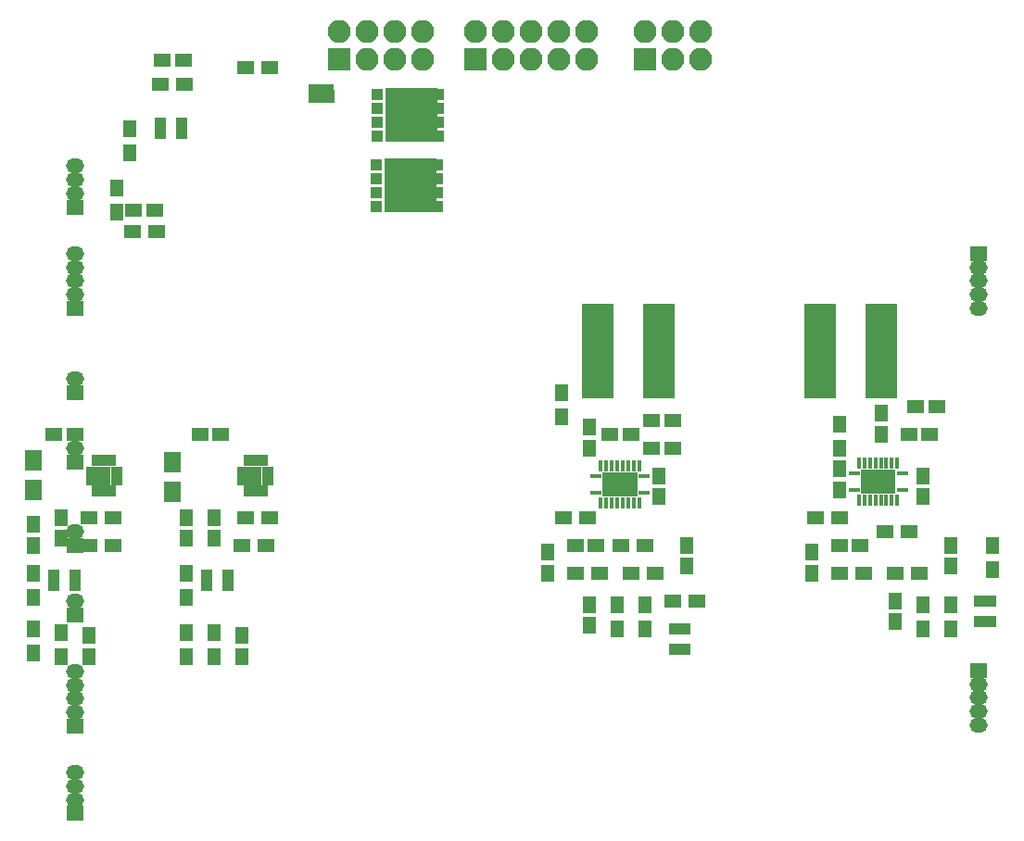
<source format=gbr>
G04 #@! TF.FileFunction,Soldermask,Bot*
%FSLAX46Y46*%
G04 Gerber Fmt 4.6, Leading zero omitted, Abs format (unit mm)*
<<<<<<< HEAD
G04 Created by KiCad (PCBNEW 4.0.7) date Sunday, February 18, 2018 'PMt' 02:42:31 PM*
=======
G04 Created by KiCad (PCBNEW 4.0.7) date 02/17/18 23:48:35*
>>>>>>> origin/master
%MOMM*%
%LPD*%
G01*
G04 APERTURE LIST*
%ADD10C,0.100000*%
%ADD11R,1.650000X1.350000*%
%ADD12O,1.650000X1.350000*%
%ADD13R,2.100000X2.100000*%
%ADD14O,2.100000X2.100000*%
%ADD15R,4.750000X4.910000*%
%ADD16R,1.100000X1.100000*%
%ADD17R,1.600000X1.150000*%
%ADD18R,1.150000X1.600000*%
%ADD19R,1.600000X1.900000*%
%ADD20R,1.300000X1.600000*%
%ADD21R,1.600000X1.300000*%
%ADD22R,1.100000X0.800000*%
%ADD23R,2.190000X0.640000*%
%ADD24R,0.640000X1.000000*%
%ADD25R,1.000000X0.640000*%
%ADD26R,3.000000X8.600000*%
%ADD27R,0.381000X1.041400*%
%ADD28R,1.041400X0.381000*%
%ADD29R,1.143000X1.143000*%
%ADD30R,0.800000X1.100000*%
%ADD31R,1.250000X0.680000*%
%ADD32R,1.150000X0.680000*%
G04 APERTURE END LIST*
D10*
D11*
X106350000Y-79130000D03*
D12*
X106350000Y-77880000D03*
X106350000Y-76630000D03*
X106350000Y-75380000D03*
X106350000Y-74130000D03*
D13*
X158420000Y-56350000D03*
D14*
X158420000Y-53810000D03*
X160960000Y-56350000D03*
X160960000Y-53810000D03*
X163500000Y-56350000D03*
X163500000Y-53810000D03*
D15*
X137037500Y-67895000D03*
D16*
X133907500Y-67260000D03*
X133907500Y-68530000D03*
X133907500Y-69800000D03*
X133907500Y-65990000D03*
X139507500Y-65990000D03*
X139507500Y-69800000D03*
X139507500Y-68530000D03*
X139507500Y-67260000D03*
D15*
X137077500Y-61455000D03*
D16*
X133947500Y-60820000D03*
X133947500Y-62090000D03*
X133947500Y-63360000D03*
X133947500Y-59550000D03*
X139547500Y-59550000D03*
X139547500Y-63360000D03*
X139547500Y-62090000D03*
X139547500Y-60820000D03*
D13*
X142920000Y-56350000D03*
D14*
X142920000Y-53810000D03*
X145460000Y-56350000D03*
X145460000Y-53810000D03*
X148000000Y-56350000D03*
X148000000Y-53810000D03*
X150540000Y-56350000D03*
X150540000Y-53810000D03*
X153080000Y-56350000D03*
X153080000Y-53810000D03*
D11*
X106350000Y-117310000D03*
D12*
X106350000Y-116060000D03*
X106350000Y-114810000D03*
X106350000Y-113560000D03*
X106350000Y-112310000D03*
D11*
X188900000Y-74130000D03*
D12*
X188900000Y-75380000D03*
X188900000Y-76630000D03*
X188900000Y-77880000D03*
X188900000Y-79130000D03*
D11*
X188900000Y-112230000D03*
D12*
X188900000Y-113480000D03*
X188900000Y-114730000D03*
X188900000Y-115980000D03*
X188900000Y-117230000D03*
D17*
X106350000Y-90640000D03*
X104450000Y-90640000D03*
X119680000Y-90640000D03*
X117780000Y-90640000D03*
D18*
X102540000Y-98900000D03*
X102540000Y-100800000D03*
X116510000Y-98260000D03*
X116510000Y-100160000D03*
X105080000Y-98260000D03*
X105080000Y-100160000D03*
X119050000Y-98260000D03*
X119050000Y-100160000D03*
D19*
X102540000Y-93020000D03*
X102540000Y-95720000D03*
X115240000Y-93180000D03*
X115240000Y-95880000D03*
D20*
X102540000Y-103340000D03*
X102540000Y-105540000D03*
X105080000Y-108760000D03*
X105080000Y-110960000D03*
X102540000Y-110620000D03*
X102540000Y-108420000D03*
X116510000Y-103340000D03*
X116510000Y-105540000D03*
X116510000Y-110960000D03*
X116510000Y-108760000D03*
X119050000Y-108760000D03*
X119050000Y-110960000D03*
D21*
X109820000Y-100800000D03*
X107620000Y-100800000D03*
X123790000Y-100800000D03*
X121590000Y-100800000D03*
X107620000Y-98260000D03*
X109820000Y-98260000D03*
X121930000Y-98260000D03*
X124130000Y-98260000D03*
D22*
X106350000Y-103310000D03*
X106350000Y-103960000D03*
X106350000Y-104610000D03*
X104450000Y-104610000D03*
X104450000Y-103310000D03*
X104450000Y-103960000D03*
D23*
X122310000Y-94940000D03*
X122310000Y-94450000D03*
X122310000Y-93960000D03*
D24*
X122110000Y-93050000D03*
X122610000Y-93050000D03*
X123110000Y-93050000D03*
X123610000Y-93050000D03*
D25*
X124010000Y-93950000D03*
X124010000Y-94450000D03*
X124010000Y-94950000D03*
D24*
X123610000Y-95850000D03*
X123110000Y-95850000D03*
X122610000Y-95850000D03*
X122110000Y-95850000D03*
D22*
X120320000Y-103310000D03*
X120320000Y-103960000D03*
X120320000Y-104610000D03*
X118420000Y-104610000D03*
X118420000Y-103310000D03*
X118420000Y-103960000D03*
D23*
X108460000Y-94940000D03*
X108460000Y-94450000D03*
X108460000Y-93960000D03*
D24*
X108260000Y-93050000D03*
X108760000Y-93050000D03*
X109260000Y-93050000D03*
X109760000Y-93050000D03*
D25*
X110160000Y-93950000D03*
X110160000Y-94450000D03*
X110160000Y-94950000D03*
D24*
X109760000Y-95850000D03*
X109260000Y-95850000D03*
X108760000Y-95850000D03*
X108260000Y-95850000D03*
D17*
X157150000Y-90640000D03*
X155250000Y-90640000D03*
D18*
X180010000Y-90640000D03*
X180010000Y-88740000D03*
D17*
X153970000Y-100800000D03*
X152070000Y-100800000D03*
X178100000Y-100800000D03*
X176200000Y-100800000D03*
D18*
X149530000Y-101440000D03*
X149530000Y-103340000D03*
X173660000Y-101440000D03*
X173660000Y-103340000D03*
D17*
X159060000Y-89370000D03*
X160960000Y-89370000D03*
X183190000Y-88100000D03*
X185090000Y-88100000D03*
X159060000Y-91910000D03*
X160960000Y-91910000D03*
X182550000Y-90640000D03*
X184450000Y-90640000D03*
D18*
X162230000Y-102700000D03*
X162230000Y-100800000D03*
X186360000Y-102700000D03*
X186360000Y-100800000D03*
X159690000Y-96350000D03*
X159690000Y-94450000D03*
X183820000Y-96350000D03*
X183820000Y-94450000D03*
X153340000Y-91910000D03*
X153340000Y-90010000D03*
X176200000Y-93820000D03*
X176200000Y-95720000D03*
D26*
X159690000Y-83020000D03*
X154090000Y-83020000D03*
X180010000Y-83020000D03*
X174410000Y-83020000D03*
D21*
X152070000Y-103340000D03*
X154270000Y-103340000D03*
X176200000Y-103340000D03*
X178400000Y-103340000D03*
X159350000Y-103340000D03*
X157150000Y-103340000D03*
X183480000Y-103340000D03*
X181280000Y-103340000D03*
X156220000Y-100800000D03*
X158420000Y-100800000D03*
X180350000Y-99530000D03*
X182550000Y-99530000D03*
X150970000Y-98260000D03*
X153170000Y-98260000D03*
X174000000Y-98260000D03*
X176200000Y-98260000D03*
D20*
X150800000Y-89030000D03*
X150800000Y-86830000D03*
X176200000Y-91910000D03*
X176200000Y-89710000D03*
D27*
X154399180Y-93520360D03*
X154899560Y-93520360D03*
X155399940Y-93520360D03*
X155900320Y-93520360D03*
X156398160Y-93520360D03*
D28*
X158348880Y-94470320D03*
X158348880Y-95968920D03*
D27*
X157899300Y-96918880D03*
X157398920Y-96918880D03*
X156898540Y-96918880D03*
X156398160Y-96918880D03*
X155900320Y-96918880D03*
D28*
X153949600Y-95968920D03*
X153949600Y-94470320D03*
D29*
X157150000Y-94719240D03*
X155148480Y-94719240D03*
X155148480Y-95720000D03*
X157150000Y-95720000D03*
D27*
X156898540Y-93520360D03*
X155399940Y-96918880D03*
D29*
X156149240Y-95720000D03*
X156149240Y-94719240D03*
D27*
X157409080Y-93520360D03*
X157899300Y-93520360D03*
X154899560Y-96918880D03*
X154399180Y-96918880D03*
X177990700Y-93251120D03*
X178491080Y-93251120D03*
X178991460Y-93251120D03*
X179491840Y-93251120D03*
X179989680Y-93251120D03*
D28*
X181940400Y-94201080D03*
X181940400Y-95699680D03*
D27*
X181490820Y-96649640D03*
X180990440Y-96649640D03*
X180490060Y-96649640D03*
X179989680Y-96649640D03*
X179491840Y-96649640D03*
D28*
X177541120Y-95699680D03*
X177541120Y-94201080D03*
D29*
X180741520Y-94450000D03*
X178740000Y-94450000D03*
X178740000Y-95450760D03*
X180741520Y-95450760D03*
D27*
X180490060Y-93251120D03*
X178991460Y-96649640D03*
D29*
X179740760Y-95450760D03*
X179740760Y-94450000D03*
D27*
X181000600Y-93251120D03*
X181490820Y-93251120D03*
X178491080Y-96649640D03*
X177990700Y-96649640D03*
D18*
X107620000Y-109060000D03*
X107620000Y-110960000D03*
X121590000Y-109060000D03*
X121590000Y-110960000D03*
X181280000Y-107780000D03*
X181280000Y-105880000D03*
X153340000Y-106200000D03*
X153340000Y-108100000D03*
D21*
X163160000Y-105880000D03*
X160960000Y-105880000D03*
D20*
X190170000Y-103000000D03*
X190170000Y-100800000D03*
X158420000Y-108420000D03*
X158420000Y-106220000D03*
X155880000Y-106220000D03*
X155880000Y-108420000D03*
X186360000Y-106220000D03*
X186360000Y-108420000D03*
X183820000Y-108420000D03*
X183820000Y-106220000D03*
D30*
X162260000Y-110320000D03*
X161610000Y-110320000D03*
X160960000Y-110320000D03*
X160960000Y-108420000D03*
X162260000Y-108420000D03*
X161610000Y-108420000D03*
X190170000Y-107780000D03*
X189520000Y-107780000D03*
X188870000Y-107780000D03*
X188870000Y-105880000D03*
X190170000Y-105880000D03*
X189520000Y-105880000D03*
D22*
X116090000Y-62030000D03*
X116090000Y-62680000D03*
X116090000Y-63330000D03*
X114190000Y-63330000D03*
X114190000Y-62030000D03*
X114190000Y-62680000D03*
D17*
X111730000Y-70190000D03*
X113630000Y-70190000D03*
D21*
X124180000Y-57100000D03*
X121980000Y-57100000D03*
X114190000Y-58610000D03*
X116390000Y-58610000D03*
D20*
X111340000Y-62710000D03*
X111340000Y-64910000D03*
X110160000Y-70320000D03*
X110160000Y-68120000D03*
D21*
X111630000Y-72090000D03*
X113830000Y-72090000D03*
D17*
X116240000Y-56470000D03*
X114340000Y-56470000D03*
D31*
X129415000Y-58960000D03*
D32*
X129465000Y-59460000D03*
X129465000Y-59960000D03*
X128315000Y-59960000D03*
X128315000Y-59460000D03*
X128315000Y-58960000D03*
D11*
X106350000Y-86810000D03*
D12*
X106350000Y-85560000D03*
D11*
X106350000Y-93180000D03*
D12*
X106350000Y-91930000D03*
D11*
X106350000Y-100800000D03*
D12*
X106350000Y-99550000D03*
D11*
X106350000Y-107130000D03*
D12*
X106350000Y-105880000D03*
D13*
X130480000Y-56350000D03*
D14*
X130480000Y-53810000D03*
X133020000Y-56350000D03*
X133020000Y-53810000D03*
X135560000Y-56350000D03*
X135560000Y-53810000D03*
X138100000Y-56350000D03*
X138100000Y-53810000D03*
D11*
X106350000Y-69880000D03*
D12*
X106350000Y-68630000D03*
X106350000Y-67380000D03*
X106350000Y-66130000D03*
D11*
X106350000Y-125310000D03*
D12*
X106350000Y-124060000D03*
X106350000Y-122810000D03*
X106350000Y-121560000D03*
M02*

</source>
